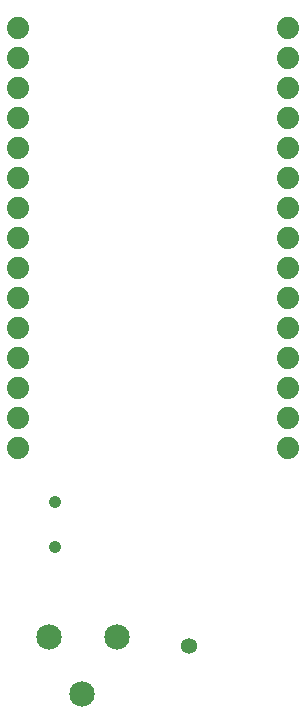
<source format=gbs>
G75*
%MOIN*%
%OFA0B0*%
%FSLAX25Y25*%
%IPPOS*%
%LPD*%
%AMOC8*
5,1,8,0,0,1.08239X$1,22.5*
%
%ADD10C,0.07400*%
%ADD11C,0.08477*%
%ADD12C,0.04146*%
%ADD13C,0.05359*%
D10*
X0026095Y0096400D03*
X0026095Y0106400D03*
X0026095Y0116400D03*
X0026095Y0126400D03*
X0026095Y0136400D03*
X0026095Y0146400D03*
X0026095Y0156400D03*
X0026095Y0166400D03*
X0026095Y0176400D03*
X0026095Y0186400D03*
X0026095Y0196400D03*
X0026095Y0206400D03*
X0026095Y0216400D03*
X0026095Y0226400D03*
X0026095Y0236400D03*
X0116095Y0236400D03*
X0116095Y0226400D03*
X0116095Y0216400D03*
X0116095Y0206400D03*
X0116095Y0196400D03*
X0116095Y0186400D03*
X0116095Y0176400D03*
X0116095Y0166400D03*
X0116095Y0156400D03*
X0116095Y0146400D03*
X0116095Y0136400D03*
X0116095Y0126400D03*
X0116095Y0116400D03*
X0116095Y0106400D03*
X0116095Y0096400D03*
D11*
X0036198Y0033400D03*
X0047221Y0014502D03*
X0059032Y0033400D03*
D12*
X0038357Y0063420D03*
X0038357Y0078380D03*
D13*
X0082845Y0030650D03*
M02*

</source>
